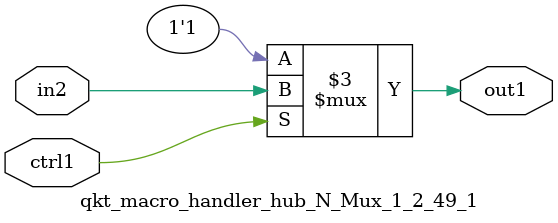
<source format=v>

`timescale 1ps / 1ps


module qkt_macro_handler_hub_N_Mux_1_2_49_1( in2, ctrl1, out1 );

    input in2;
    input ctrl1;
    output out1;
    reg out1;

    
    // rtl_process:qkt_macro_handler_hub_N_Mux_1_2_49_1/qkt_macro_handler_hub_N_Mux_1_2_49_1_thread_1
    always @*
      begin : qkt_macro_handler_hub_N_Mux_1_2_49_1_thread_1
        case (ctrl1) 
          1'b1: 
            begin
              out1 = in2;
            end
          default: 
            begin
              out1 = 1'b1;
            end
        endcase
      end

endmodule


</source>
